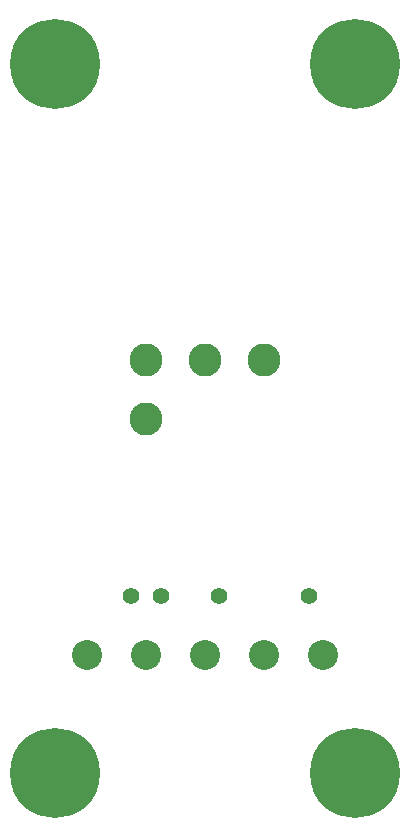
<source format=gts>
G04 (created by PCBNEW (2013-07-07 BZR 4022)-stable) date 8/17/2015 4:18:57 PM*
%MOIN*%
G04 Gerber Fmt 3.4, Leading zero omitted, Abs format*
%FSLAX34Y34*%
G01*
G70*
G90*
G04 APERTURE LIST*
%ADD10C,0.00590551*%
%ADD11C,0.055*%
%ADD12C,0.110236*%
%ADD13C,0.1*%
%ADD14C,0.3*%
G04 APERTURE END LIST*
G54D10*
G54D11*
X98893Y-45275D03*
X101893Y-45275D03*
X95956Y-45275D03*
X96956Y-45275D03*
G54D12*
X98425Y-37401D03*
X100393Y-37401D03*
X96456Y-37401D03*
X96456Y-39370D03*
G54D13*
X94488Y-47244D03*
X96456Y-47244D03*
X98425Y-47244D03*
X100393Y-47244D03*
X102362Y-47244D03*
G54D14*
X93425Y-51181D03*
X103425Y-51181D03*
X93425Y-27559D03*
X103425Y-27559D03*
M02*

</source>
